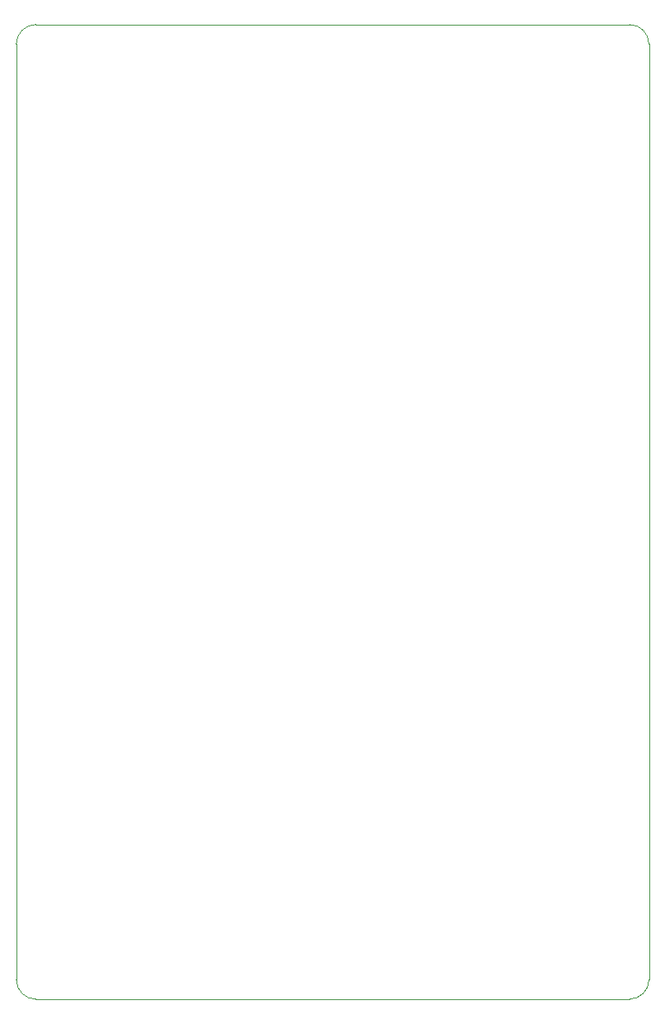
<source format=gm1>
G04 #@! TF.FileFunction,Profile,NP*
%FSLAX46Y46*%
G04 Gerber Fmt 4.6, Leading zero omitted, Abs format (unit mm)*
G04 Created by KiCad (PCBNEW 4.0.6) date 11/03/19 17:03:39*
%MOMM*%
%LPD*%
G01*
G04 APERTURE LIST*
%ADD10C,0.100000*%
G04 APERTURE END LIST*
D10*
X0Y-98000000D02*
X0Y-2000000D01*
X65000000Y-2000000D02*
X65000000Y-98000000D01*
X2000000Y0D02*
X63000000Y0D01*
X65000000Y-2000000D02*
G75*
G03X63000000Y0I-2000000J0D01*
G01*
X2000000Y-100000000D02*
X63000000Y-100000000D01*
X63000000Y-100000000D02*
G75*
G03X65000000Y-98000000I0J2000000D01*
G01*
X0Y-98000000D02*
G75*
G03X2000000Y-100000000I2000000J0D01*
G01*
X2000000Y0D02*
G75*
G03X0Y-2000000I0J-2000000D01*
G01*
M02*

</source>
